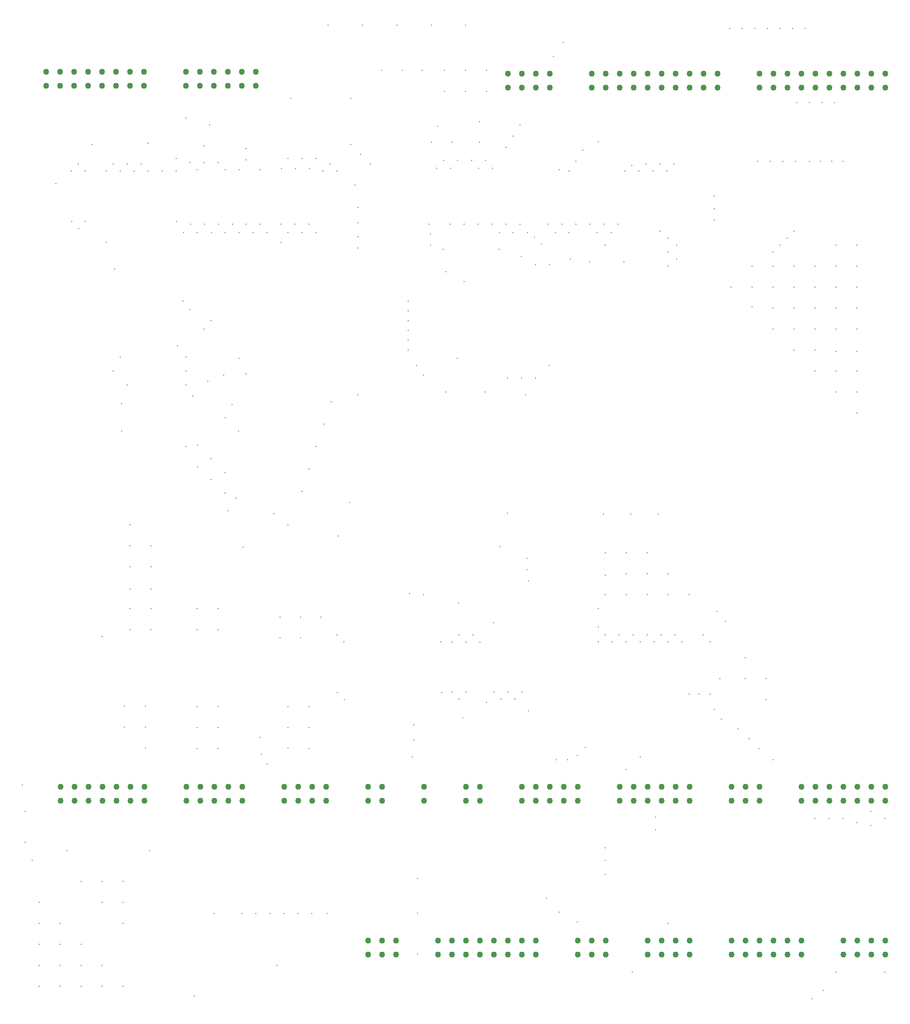
<source format=gbr>
%TF.GenerationSoftware,Altium Limited,Altium Designer,25.5.2 (35)*%
G04 Layer_Color=0*
%FSLAX45Y45*%
%MOMM*%
%TF.SameCoordinates,6948D1F0-C69E-42BD-806E-39CAA59B2E28*%
%TF.FilePolarity,Positive*%
%TF.FileFunction,Plated,1,4,PTH,Drill*%
%TF.Part,Single*%
G01*
G75*
%TA.AperFunction,ComponentDrill*%
%ADD43C,1.10000*%
%ADD44C,1.10000*%
%TA.AperFunction,ViaDrill,NotFilled*%
%ADD45C,0.30000*%
D43*
X-1897001Y-1707876D02*
D03*
X-3167001D02*
D03*
X-6977001D02*
D03*
X-7993001D02*
D03*
X-9771001Y-4501876D02*
D03*
X-15359001Y-1707876D02*
D03*
X-11295001D02*
D03*
X-13073001D02*
D03*
X-15113002Y11531599D02*
D03*
X-14859003D02*
D03*
X-15367001Y11277599D02*
D03*
X-14859003D02*
D03*
X-15113002D02*
D03*
X-15367001Y11531599D02*
D03*
X-15621002D02*
D03*
Y11277599D02*
D03*
X-373001Y-4501876D02*
D03*
Y-4247876D02*
D03*
X-627001Y-4501876D02*
D03*
Y-4247876D02*
D03*
X-881001Y-4501876D02*
D03*
Y-4247876D02*
D03*
X-1135001Y-4501876D02*
D03*
Y-4247876D02*
D03*
X-373001Y-1707876D02*
D03*
Y-1453876D02*
D03*
X-627001Y-1707876D02*
D03*
Y-1453876D02*
D03*
X-881001Y-1707876D02*
D03*
Y-1453876D02*
D03*
X-1135001Y-1707876D02*
D03*
Y-1453876D02*
D03*
X-1389001Y-1707876D02*
D03*
Y-1453876D02*
D03*
X-1643001Y-1707876D02*
D03*
Y-1453876D02*
D03*
X-1897001D02*
D03*
X-2659001Y11500124D02*
D03*
Y11246124D02*
D03*
X-2405001Y11500124D02*
D03*
Y11246124D02*
D03*
X-2151001Y11500124D02*
D03*
Y11246124D02*
D03*
X-1897001Y11500124D02*
D03*
Y11246124D02*
D03*
X-1643001Y11500124D02*
D03*
Y11246124D02*
D03*
X-1389001Y11500124D02*
D03*
Y11246124D02*
D03*
X-1135001D02*
D03*
X-627001Y11500124D02*
D03*
X-1135001D02*
D03*
X-881001D02*
D03*
Y11246124D02*
D03*
X-627001D02*
D03*
X-373001Y11500124D02*
D03*
Y11246124D02*
D03*
X-3167001Y-1453876D02*
D03*
X-2659001Y-1707876D02*
D03*
X-2913001Y-1453876D02*
D03*
X-2659001D02*
D03*
X-2913001Y-1707876D02*
D03*
X-3167001Y-4247876D02*
D03*
Y-4501876D02*
D03*
X-2913001Y-4247876D02*
D03*
Y-4501876D02*
D03*
X-2659001Y-4247876D02*
D03*
Y-4501876D02*
D03*
X-2405001Y-4247876D02*
D03*
Y-4501876D02*
D03*
X-2151001Y-4247876D02*
D03*
Y-4501876D02*
D03*
X-1897001Y-4247876D02*
D03*
Y-4501876D02*
D03*
X-4691001Y-4247876D02*
D03*
Y-4501876D02*
D03*
X-4437001Y-4247876D02*
D03*
Y-4501876D02*
D03*
X-4183001Y-4247876D02*
D03*
Y-4501876D02*
D03*
X-3929001Y-4247876D02*
D03*
Y-4501876D02*
D03*
X-5199001Y-1453876D02*
D03*
Y-1707876D02*
D03*
X-4945001Y-1453876D02*
D03*
Y-1707876D02*
D03*
X-4691001Y-1453876D02*
D03*
Y-1707876D02*
D03*
X-4437001Y-1453876D02*
D03*
Y-1707876D02*
D03*
X-4183001Y-1453876D02*
D03*
Y-1707876D02*
D03*
X-3929001Y-1453876D02*
D03*
Y-1707876D02*
D03*
X-3421001Y11246124D02*
D03*
Y11500124D02*
D03*
X-3675001Y11246124D02*
D03*
X-3929001D02*
D03*
Y11500124D02*
D03*
X-4183001D02*
D03*
X-3675001D02*
D03*
X-4183001Y11246124D02*
D03*
X-4437001D02*
D03*
Y11500124D02*
D03*
X-4691001Y11246124D02*
D03*
Y11500124D02*
D03*
X-4945001Y11246124D02*
D03*
Y11500124D02*
D03*
X-5199001Y11246124D02*
D03*
Y11500124D02*
D03*
X-5453001Y11246124D02*
D03*
Y11500124D02*
D03*
X-5707001Y11246124D02*
D03*
Y11500124D02*
D03*
X-5961001Y-4247876D02*
D03*
X-5453001Y-4501876D02*
D03*
X-5707001Y-4247876D02*
D03*
X-5961001Y-4501876D02*
D03*
X-5453001Y-4247876D02*
D03*
X-5707001Y-4501876D02*
D03*
X-5961001Y-1707876D02*
D03*
Y-1453876D02*
D03*
X-6215001Y-1707876D02*
D03*
Y-1453876D02*
D03*
X-6469001Y-1707876D02*
D03*
Y-1453876D02*
D03*
X-6723001Y-1707876D02*
D03*
Y-1453876D02*
D03*
X-6977001D02*
D03*
X-6469001Y11246124D02*
D03*
Y11500124D02*
D03*
X-6723001Y11246124D02*
D03*
Y11500124D02*
D03*
X-6977001Y11246124D02*
D03*
Y11500124D02*
D03*
X-7231001Y11246124D02*
D03*
Y11500124D02*
D03*
X-7739001Y-1453876D02*
D03*
Y-1707876D02*
D03*
X-7993001Y-1453876D02*
D03*
X-6723001Y-4501876D02*
D03*
Y-4247876D02*
D03*
X-6977001Y-4501876D02*
D03*
Y-4247876D02*
D03*
X-7231001Y-4501876D02*
D03*
Y-4247876D02*
D03*
X-7485001Y-4501876D02*
D03*
Y-4247876D02*
D03*
X-7739001Y-4501876D02*
D03*
Y-4247876D02*
D03*
X-7993001Y-4501876D02*
D03*
Y-4247876D02*
D03*
X-8247001Y-4501876D02*
D03*
Y-4247876D02*
D03*
X-8501001Y-4501876D02*
D03*
Y-4247876D02*
D03*
X-9771001Y-1453876D02*
D03*
X-9517001Y-1707876D02*
D03*
X-9771001D02*
D03*
X-9517001Y-1453876D02*
D03*
Y-4501876D02*
D03*
X-9263001Y-4247876D02*
D03*
X-9517001D02*
D03*
X-9263001Y-4501876D02*
D03*
X-9771001Y-4247876D02*
D03*
X-10533001Y-1707876D02*
D03*
Y-1453876D02*
D03*
X-10787001Y-1707876D02*
D03*
Y-1453876D02*
D03*
X-11041001Y-1707876D02*
D03*
Y-1453876D02*
D03*
X-11295001D02*
D03*
X-13081001Y11531599D02*
D03*
Y11277599D02*
D03*
X-12827002Y11531599D02*
D03*
Y11277599D02*
D03*
X-12573002Y11531599D02*
D03*
Y11277599D02*
D03*
X-12319002Y11531599D02*
D03*
Y11277599D02*
D03*
X-12065002Y11531599D02*
D03*
Y11277599D02*
D03*
X-11811002Y11531599D02*
D03*
Y11277599D02*
D03*
X-13073001Y-1453876D02*
D03*
X-12819000D02*
D03*
Y-1707876D02*
D03*
X-12565001Y-1453876D02*
D03*
Y-1707876D02*
D03*
X-12311001Y-1453876D02*
D03*
Y-1707876D02*
D03*
X-12057001Y-1453876D02*
D03*
Y-1707876D02*
D03*
X-13843002Y11277599D02*
D03*
Y11531599D02*
D03*
X-14097002Y11277599D02*
D03*
Y11531599D02*
D03*
X-14351003Y11277599D02*
D03*
Y11531599D02*
D03*
X-14605002Y11277599D02*
D03*
Y11531599D02*
D03*
X-13835001Y-1707876D02*
D03*
Y-1453876D02*
D03*
X-14089001Y-1707876D02*
D03*
Y-1453876D02*
D03*
X-14343001Y-1707876D02*
D03*
Y-1453876D02*
D03*
X-14597002Y-1707876D02*
D03*
Y-1453876D02*
D03*
X-14851001Y-1707876D02*
D03*
Y-1453876D02*
D03*
X-15105000Y-1707876D02*
D03*
Y-1453876D02*
D03*
X-15359001D02*
D03*
D44*
X-8755001D02*
D03*
Y-1707876D02*
D03*
D45*
X-7625000Y75000D02*
D03*
X-6625000Y8400000D02*
D03*
X-6750000Y8525000D02*
D03*
X-7243200Y3516140D02*
D03*
X-11225000Y3300000D02*
D03*
Y-750000D02*
D03*
X-10845800Y0D02*
D03*
X-11226800D02*
D03*
X-10845800Y-381000D02*
D03*
X-11226800D02*
D03*
X-10845800Y-762000D02*
D03*
X-13821001Y11855D02*
D03*
X-14202000D02*
D03*
X-13821001Y-369145D02*
D03*
X-14202000D02*
D03*
X-13821001Y-750145D02*
D03*
X-8875000Y-3125000D02*
D03*
Y-3750000D02*
D03*
Y-4500000D02*
D03*
X-4500000Y3500000D02*
D03*
X-5000000D02*
D03*
X-5500000D02*
D03*
X-5125000Y8075000D02*
D03*
X-5750000D02*
D03*
X-7750000Y10625000D02*
D03*
Y10250000D02*
D03*
X-8250000D02*
D03*
X-8625000D02*
D03*
X-8000000Y12375000D02*
D03*
X-8625000D02*
D03*
X-9250000D02*
D03*
X-9875000D02*
D03*
X-10500000D02*
D03*
X-14250000Y5000000D02*
D03*
Y5500000D02*
D03*
X-11000000Y1250000D02*
D03*
X-11375000D02*
D03*
X-10625000Y1625000D02*
D03*
X-11000000D02*
D03*
X-11375000D02*
D03*
X-12125000Y5000000D02*
D03*
X-12375000Y5250000D02*
D03*
Y3875000D02*
D03*
Y4250000D02*
D03*
X-12625000Y4125000D02*
D03*
Y4500000D02*
D03*
X-12875000Y4350000D02*
D03*
Y4750000D02*
D03*
X-4975000Y-4825000D02*
D03*
X-5825000Y-750000D02*
D03*
X-7375000Y2900000D02*
D03*
X-6858000Y2286000D02*
D03*
X-13766800Y10236200D02*
D03*
X-11988800Y6045200D02*
D03*
X-11734800Y-558800D02*
D03*
X-15239999Y-2616200D02*
D03*
X-13741400D02*
D03*
X-5588000Y1447800D02*
D03*
X-5588500Y10262100D02*
D03*
X-5612401Y8611600D02*
D03*
X-9906000Y10033000D02*
D03*
X-9728200Y9855200D02*
D03*
X-10083800Y10210800D02*
D03*
X-10007600Y9474200D02*
D03*
X-14377400Y7949200D02*
D03*
X-8636000Y8585200D02*
D03*
X-635000Y-2159000D02*
D03*
X-889000Y-2108200D02*
D03*
X-1143000Y-2032000D02*
D03*
X-1397000D02*
D03*
X-1651000D02*
D03*
X-889000Y5334000D02*
D03*
Y7620000D02*
D03*
Y7239000D02*
D03*
Y6858000D02*
D03*
Y6451600D02*
D03*
Y6096000D02*
D03*
Y5715000D02*
D03*
Y8001000D02*
D03*
Y8382000D02*
D03*
X-15748000Y-5080000D02*
D03*
X-15367000D02*
D03*
Y-4699000D02*
D03*
X-15748000D02*
D03*
Y-4318000D02*
D03*
Y-3556000D02*
D03*
Y-3937000D02*
D03*
X-15367000D02*
D03*
Y-4318000D02*
D03*
X-14986000D02*
D03*
X-14605000Y-4699000D02*
D03*
X-14986000D02*
D03*
Y-5080000D02*
D03*
X-14605000D02*
D03*
X-14224001D02*
D03*
X-12877800Y-762000D02*
D03*
X-12496800D02*
D03*
X-12877800Y-381000D02*
D03*
X-12496800D02*
D03*
X-12877800Y0D02*
D03*
X-12496800D02*
D03*
X-12877800Y1778000D02*
D03*
X-12496800D02*
D03*
X-12877800Y1397000D02*
D03*
X-12496800D02*
D03*
X-14097000D02*
D03*
X-13716000D02*
D03*
X-14097000Y1778000D02*
D03*
X-13716000D02*
D03*
X-14097000Y2133600D02*
D03*
X-13716000D02*
D03*
X-14097000Y2540000D02*
D03*
X-13716000D02*
D03*
Y2921000D02*
D03*
X-14097000D02*
D03*
Y3302000D02*
D03*
X-14224001Y-3937000D02*
D03*
X-14605000Y-3556000D02*
D03*
X-14986000Y-3175000D02*
D03*
X-14605000D02*
D03*
X-14224001Y-3556000D02*
D03*
Y-3175000D02*
D03*
X-8382000Y11176000D02*
D03*
X-8001000D02*
D03*
X-7620000D02*
D03*
Y11557000D02*
D03*
X-8001000D02*
D03*
X-8382000D02*
D03*
X-8788400D02*
D03*
X-9144000D02*
D03*
X-9525000D02*
D03*
X-2540000Y127000D02*
D03*
Y508000D02*
D03*
X-2921000D02*
D03*
Y889000D02*
D03*
X-3937000Y2032000D02*
D03*
X-4318000D02*
D03*
X-4699000D02*
D03*
X-5080000D02*
D03*
X-5461000D02*
D03*
X-4318000Y2413000D02*
D03*
X-4699000D02*
D03*
X-5080000D02*
D03*
X-5461000Y2387600D02*
D03*
X-4699000Y2794000D02*
D03*
X-5080000D02*
D03*
X-5461000D02*
D03*
X-3175000Y7620000D02*
D03*
X-2794000Y8001000D02*
D03*
X-1270000Y8382000D02*
D03*
Y8001000D02*
D03*
X-1651000D02*
D03*
X-2032000D02*
D03*
X-2413000D02*
D03*
X-1270000Y5715000D02*
D03*
Y6096000D02*
D03*
X-1651000D02*
D03*
X-1270000Y6451600D02*
D03*
X-1651000Y6477000D02*
D03*
X-2032000D02*
D03*
X-1270000Y6858000D02*
D03*
X-1651000D02*
D03*
X-2032000D02*
D03*
X-2413000D02*
D03*
X-1270000Y7239000D02*
D03*
X-1651000D02*
D03*
X-2032000D02*
D03*
X-2413000D02*
D03*
X-2794000Y7264400D02*
D03*
X-1270000Y7620000D02*
D03*
X-1651000D02*
D03*
X-2032000D02*
D03*
X-2413000D02*
D03*
X-2794000D02*
D03*
X-14782800Y10210800D02*
D03*
X-13081000Y10693400D02*
D03*
X-13258800Y9952236D02*
D03*
X-1701800Y-5308600D02*
D03*
X-8509000Y10541000D02*
D03*
X-10083800Y11049000D02*
D03*
X-8432800Y254000D02*
D03*
X-6096000Y8128000D02*
D03*
X-6908800Y5664200D02*
D03*
X-6477000Y8026400D02*
D03*
Y6197600D02*
D03*
X-8636000Y8382000D02*
D03*
X-8026400Y7721600D02*
D03*
X-8407400Y8305800D02*
D03*
X-6400800Y11811000D02*
D03*
X-6223000Y12065000D02*
D03*
X-8026402Y8762999D02*
D03*
X-5994400Y9906000D02*
D03*
X-11176000Y11049000D02*
D03*
X-11353800Y8432800D02*
D03*
X-11096799Y9773650D02*
D03*
X-7771401Y8764000D02*
D03*
X-7896399Y9926050D02*
D03*
X-7768398Y9774651D02*
D03*
X-7642399Y9926050D02*
D03*
X-8661899Y8762501D02*
D03*
X-9956800Y8331200D02*
D03*
Y8534400D02*
D03*
Y8788400D02*
D03*
Y9067800D02*
D03*
X-7514398Y9774651D02*
D03*
X-10336801Y9727198D02*
D03*
X-10590801D02*
D03*
X-10463801Y9854198D02*
D03*
X-11350799Y9773650D02*
D03*
X-13255798Y8810452D02*
D03*
X-13257800Y9727198D02*
D03*
X-10206798Y130271D02*
D03*
X-10333798Y257271D02*
D03*
X-10337802Y1303019D02*
D03*
X-10210802Y1176019D02*
D03*
X-8454200Y1179290D02*
D03*
X-12953999Y5638800D02*
D03*
X-12683490Y5909310D02*
D03*
X-8763000Y6019800D02*
D03*
X-7645400Y5715000D02*
D03*
X-8356600D02*
D03*
Y7899400D02*
D03*
X-8890000Y6197600D02*
D03*
X-6146800Y-965200D02*
D03*
X-8051800Y-203200D02*
D03*
X-6858000Y-76200D02*
D03*
X-5969000Y-889000D02*
D03*
X-12319000Y3556000D02*
D03*
X-10566400Y5130800D02*
D03*
X-12750800Y6858000D02*
D03*
X-13233400Y6553200D02*
D03*
X-13081000Y4724400D02*
D03*
Y6350000D02*
D03*
Y6096000D02*
D03*
Y5842000D02*
D03*
X-12166600Y3784600D02*
D03*
X-13131799Y7366000D02*
D03*
X-13004800Y7213600D02*
D03*
X-6985000Y8178800D02*
D03*
X-7391400Y8305800D02*
D03*
X-6731000Y8026400D02*
D03*
Y5969000D02*
D03*
X-6985000D02*
D03*
X-7239000D02*
D03*
X-12624801Y7009399D02*
D03*
X-12621800Y8612601D02*
D03*
X-12877800Y8610600D02*
D03*
X-13129800Y8612601D02*
D03*
X-8153400Y6324600D02*
D03*
X-11607800Y-1041400D02*
D03*
X-11709400Y-863600D02*
D03*
X-9956800Y5664200D02*
D03*
X-9017000Y2057400D02*
D03*
X-8966200Y-914400D02*
D03*
X-8940800Y-609600D02*
D03*
Y-330200D02*
D03*
X-11988800Y10134600D02*
D03*
Y9931400D02*
D03*
X-10718800Y9956800D02*
D03*
X-10972800D02*
D03*
X-11226800D02*
D03*
X-10439400Y5537200D02*
D03*
X-12039600Y2895600D02*
D03*
X-10718800Y4724400D02*
D03*
X-10845800Y4318000D02*
D03*
X-10972800Y3911600D02*
D03*
X-10109200Y3708400D02*
D03*
X-11480800Y3505200D02*
D03*
X-10312400Y3098800D02*
D03*
X-6883400Y2692400D02*
D03*
Y2489200D02*
D03*
X-8763000Y2032000D02*
D03*
X-5588000Y1778000D02*
D03*
X-7493000Y1524000D02*
D03*
X-9042400Y7366000D02*
D03*
Y7188200D02*
D03*
Y7010400D02*
D03*
Y6832600D02*
D03*
Y6654800D02*
D03*
X-6350000Y-965200D02*
D03*
X-9042400Y6477000D02*
D03*
X-12115800Y6324600D02*
D03*
X-12395200Y6019800D02*
D03*
X-12242800Y5486400D02*
D03*
X-8128000Y1879600D02*
D03*
X-7264400Y10160000D02*
D03*
X-7137400Y10363200D02*
D03*
X-7010400Y10566400D02*
D03*
X-11606801Y8611600D02*
D03*
X-11860801D02*
D03*
X-11734802Y8762999D02*
D03*
X-8150399Y9926050D02*
D03*
X-8276398Y9774651D02*
D03*
X-11734802Y9753599D02*
D03*
X-12496802Y9880599D02*
D03*
X-7743999Y1167398D02*
D03*
X-12750802Y9880599D02*
D03*
X-12368801Y8611600D02*
D03*
X-11988802Y8762999D02*
D03*
X-12240800Y8765001D02*
D03*
X-12114801Y8611600D02*
D03*
X-10842799Y9773650D02*
D03*
X-10844801Y8764000D02*
D03*
X-10717801Y8611600D02*
D03*
X-11098801Y8764000D02*
D03*
X-10971801Y8611600D02*
D03*
X-11352801Y8764000D02*
D03*
X-11225801Y8611600D02*
D03*
X-7997999Y1167398D02*
D03*
X-7870999Y1302018D02*
D03*
X-8251999Y1167398D02*
D03*
X-8124999Y1302018D02*
D03*
Y131272D02*
D03*
X-8251999Y265892D02*
D03*
X-7997999D02*
D03*
X-6981999D02*
D03*
X-7235999D02*
D03*
X-7108999Y131272D02*
D03*
X-7362999D02*
D03*
X-7489999Y265892D02*
D03*
X-8530896Y9774153D02*
D03*
X-8404399Y9926050D02*
D03*
X-4826002Y-914401D02*
D03*
X-5080002Y-1143001D02*
D03*
X-8280899Y8762501D02*
D03*
X-12750802Y10185399D02*
D03*
X-12649202Y10566399D02*
D03*
X-13004802Y9880599D02*
D03*
X-12876801Y9752598D02*
D03*
X-5588002Y1176019D02*
D03*
X-5334002D02*
D03*
X-5461002Y1303019D02*
D03*
X-5080002Y1176019D02*
D03*
X-5207002Y1303019D02*
D03*
X-4826002Y1176019D02*
D03*
X-4953002Y1303019D02*
D03*
X-13002800Y8765001D02*
D03*
X-12494800D02*
D03*
X-12748800D02*
D03*
X-12115802Y9753599D02*
D03*
X-12369802D02*
D03*
X-6299202D02*
D03*
X-5461002Y8381999D02*
D03*
X-5867402Y10109199D02*
D03*
X-4978402Y9829799D02*
D03*
X-4851402Y9728199D02*
D03*
X-5105402D02*
D03*
X-6121402D02*
D03*
X-5231401Y8764000D02*
D03*
X-5357400Y8612601D02*
D03*
X-5739401Y8764000D02*
D03*
X-5485401D02*
D03*
X-6247401D02*
D03*
X-6373400Y8612601D02*
D03*
X-6120401Y8611600D02*
D03*
X-5993401Y8764000D02*
D03*
X-6881400Y8612601D02*
D03*
X-6501401Y8764000D02*
D03*
X-7263401D02*
D03*
X-7389400Y8612601D02*
D03*
X-7136401Y8611600D02*
D03*
X-7009401Y8764000D02*
D03*
X-7517401D02*
D03*
X-13511801Y9727198D02*
D03*
X-15162801D02*
D03*
X-15035802Y9854198D02*
D03*
X-14908801Y9727198D02*
D03*
X-14909801Y8813800D02*
D03*
X-15160799Y8810452D02*
D03*
X-15033800Y8683452D02*
D03*
X-3556000Y228600D02*
D03*
X-3378200Y508000D02*
D03*
X-16002000Y-1905000D02*
D03*
Y-2463800D02*
D03*
X-15875000Y-2794000D02*
D03*
X-15443201Y9499600D02*
D03*
X-13893800Y9855200D02*
D03*
X-13766800Y9728200D02*
D03*
X-14147800Y9855200D02*
D03*
X-14020799Y9728200D02*
D03*
X-14401801Y9855200D02*
D03*
X-14274800Y9728200D02*
D03*
X-14528799D02*
D03*
Y8432800D02*
D03*
X-2667000Y-762000D02*
D03*
X-3048000Y-406400D02*
D03*
X-2844800Y-584200D02*
D03*
X-2413000Y-965200D02*
D03*
X-3479800Y-50800D02*
D03*
X-3352800Y-228600D02*
D03*
X-3937000Y228600D02*
D03*
X-3759200D02*
D03*
X-5969000Y-3911600D02*
D03*
X-11430000Y-4699000D02*
D03*
X-14401801Y6096000D02*
D03*
X-14147800Y5842000D02*
D03*
X-14274800Y6350000D02*
D03*
X-381000Y-4826000D02*
D03*
X-3276600Y1549400D02*
D03*
X-3429000Y1727200D02*
D03*
X-14605000Y1270000D02*
D03*
X-4318000Y-3937000D02*
D03*
X-4546600Y-2235200D02*
D03*
Y-2006600D02*
D03*
X-5461000Y-2565400D02*
D03*
Y-2794000D02*
D03*
Y-3048000D02*
D03*
X-6527800Y-3479800D02*
D03*
X-6299200Y-3733800D02*
D03*
X-1498600Y-5156200D02*
D03*
X-1270000Y-4826000D02*
D03*
X-12928600Y-5257800D02*
D03*
X-11811000Y-3759200D02*
D03*
X-11557000D02*
D03*
X-12573000D02*
D03*
X-12065000D02*
D03*
X-11303000D02*
D03*
X-11049000D02*
D03*
X-10515600D02*
D03*
X-10795000D02*
D03*
X-635002Y-1905001D02*
D03*
X-381002Y-2032001D02*
D03*
X-4572002Y1176019D02*
D03*
X-4699002Y1303019D02*
D03*
X-4318002Y1176019D02*
D03*
X-4445002Y1303019D02*
D03*
X-4064002Y1176019D02*
D03*
X-4191002Y1303019D02*
D03*
X-3556002Y1176019D02*
D03*
X-3683002Y1303019D02*
D03*
X-16052802Y-1422401D02*
D03*
X-2463802Y9905999D02*
D03*
X-3479802Y8839199D02*
D03*
Y9042399D02*
D03*
Y9270999D02*
D03*
X-2413002Y8254999D02*
D03*
X-2286002Y8381999D02*
D03*
X-2159002Y8508999D02*
D03*
X-2032002Y8635999D02*
D03*
X-4318002Y8000999D02*
D03*
X-4165602Y8127999D02*
D03*
X-4318002Y8254999D02*
D03*
X-4165602Y8381999D02*
D03*
X-4318002Y8508999D02*
D03*
X-4470402Y8635999D02*
D03*
X-2006602Y9905999D02*
D03*
X-2235202D02*
D03*
X-2692402D02*
D03*
X-1752602D02*
D03*
X-1549402D02*
D03*
X-1346202D02*
D03*
X-1143002D02*
D03*
X-1295402Y10972799D02*
D03*
X-1524002D02*
D03*
X-1752602D02*
D03*
X-1981202D02*
D03*
X-3200402Y12318999D02*
D03*
X-2971802D02*
D03*
X-2743202D02*
D03*
X-2514602D02*
D03*
X-1828802D02*
D03*
X-2057402D02*
D03*
X-2286002D02*
D03*
X-4216402Y9855199D02*
D03*
X-4343402Y9728199D02*
D03*
X-4470402Y9855199D02*
D03*
X-4724402D02*
D03*
X-4597402Y9728199D02*
D03*
%TF.MD5,6ef91c40cffaffc491cff68750d11c60*%
M02*

</source>
